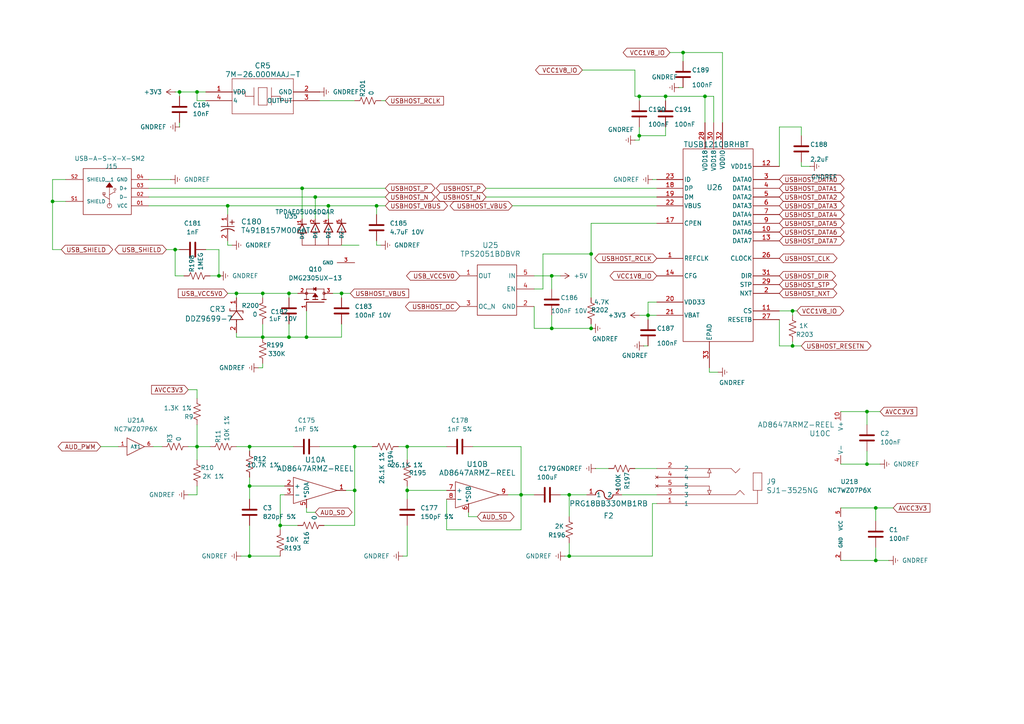
<source format=kicad_sch>
(kicad_sch (version 20231120) (generator "eeschema") (generator_version "8.0")
  (paper "A4")
  (lib_symbols
    (symbol "7M_26_000MAAJ_T:7M-26.000MAAJ-T" (pin_names (offset 0.254))
      (property "Reference" "CR5" (at 16.51 7.62 0))
      (property "Value" "7M-26.000MAAJ-T" (at 16.51 5.08 0))
      (symbol "7M-26.000MAAJ-T_0_1"
        (pin unspecified line (at 0 -2.54 0) (length 7.62) (name "4") (number "4"))
      )
      (symbol "7M-26.000MAAJ-T_1_1"
        (pin unspecified line (at 0 0 0) (length 7.62) (name "VDD") (number "1"))
        (pin unspecified line (at 33.02 0 180) (length 7.62) (name "GND") (number "2"))
        (pin unspecified line (at 33.02 -2.54 180) (length 7.62) (name "OUTPUT") (number "3"))
      )
    )
    (symbol "AD8647ARMZ:AD8647ARMZ-REEL" (pin_names (offset 0.254))
      (property "Reference" "U" (at 25.4 10.16 0))
      (property "Value" "AD8647ARMZ-REEL" (at 25.4 7.62 0))
      (symbol "AD8647ARMZ-REEL_1_1"
        (pin output line (at 2.54 0 180) (length 2.54) (name "") (number "1"))
        (pin input line (at -15.24 1.27 0) (length 2.54) (name "+") (number "2"))
        (pin input line (at -15.24 -1.27 0) (length 2.54) (name "-") (number "3"))
        (pin unspecified line (at -8.89 -5.08 90) (length 2.54) (name "*SDA") (number "5"))
      )
      (symbol "AD8647ARMZ-REEL_2_1"
        (pin unspecified line (at -8.89 -5.08 90) (length 2.54) (name "*SDB") (number "6"))
        (pin input line (at -15.24 1.27 0) (length 2.54) (name "+") (number "7"))
        (pin input line (at -15.24 -1.27 0) (length 2.54) (name "-") (number "8"))
        (pin output line (at 2.54 0 180) (length 2.54) (name "") (number "9"))
      )
      (symbol "AD8647ARMZ-REEL_3_1"
        (pin power_in line (at -11.43 7.62 270) (length 2.54) (name "V+") (number "10"))
        (pin power_in line (at -11.43 -7.62 90) (length 2.54) (name "V-") (number "4"))
      )
    )
    (symbol "DDZ9699-7:DDZ9699-7" (pin_names (offset 0.254))
      (property "Reference" "CR" (at 5.08 4.445 0))
      (property "Value" "DDZ9699-7" (at 5.08 -3.81 0))
      (symbol "DDZ9699-7_0_1"
        (pin unspecified line (at 10.16 0 180) (length 2.54) (name "") (number "1"))
        (pin unspecified line (at 0 0 0) (length 2.54) (name "") (number "2"))
      )
    )
    (symbol "DMG2305UX-13:DMG2305UX-13" (pin_names (offset 1.016))
      (property "Reference" "Q10" (at 8.89 0 90))
      (property "Value" "DMG2305UX-13" (at 6.35 0 90))
      (symbol "DMG2305UX-13_0_0"
        (pin passive line (at -0.635 -2.54 180) (length 2.54) (name "~") (number "1"))
        (pin passive line (at -5.715 -5.08 90) (length 2.54) (name "~") (number "2"))
        (pin passive line (at -5.715 5.08 270) (length 2.54) (name "~") (number "3"))
      )
    )
    (symbol "Device:C" (pin_numbers hide) (pin_names (offset 0.254))
      (property "Reference" "C" (at 0.635 2.54 0))
      (property "Value" "C" (at 0.635 -2.54 0))
      (symbol "C_1_1"
        (pin passive line (at 0 3.81 270) (length 2.794) (name "~") (number "1"))
        (pin passive line (at 0 -3.81 90) (length 2.794) (name "~") (number "2"))
      )
    )
    (symbol "Device:R_US" (pin_numbers hide) (pin_names (offset 0))
      (property "Reference" "R" (at 2.54 0 90))
      (property "Value" "R_US" (at -2.54 0 90))
      (symbol "R_US_1_1"
        (pin passive line (at 0 3.81 270) (length 1.27) (name "~") (number "1"))
        (pin passive line (at 0 -3.81 90) (length 1.27) (name "~") (number "2"))
      )
    )
    (symbol "NC7WZ07P6X_modified_1" (pin_names (offset 1.016))
      (property "Reference" "U3" (at -2.54 7.62 0))
      (property "Value" "NC7WZ07P6X" (at -2.54 5.08 0))
      (symbol "NC7WZ07P6X_modified_1_1_1"
        (pin input line (at -7.62 0 0) (length 2.54) hide (name "A1") (number "1"))
        (pin output line (at 2.54 0 180) (length 2.54) hide (name "Y1") (number "6"))
      )
      (symbol "NC7WZ07P6X_modified_1_2_0"
        (pin passive line (at -5.08 -15.24 90) (length 2.54) (name "GND") (number "2"))
        (pin power_in line (at -5.08 0 270) (length 2.54) (name "VCC") (number "5"))
      )
      (symbol "NC7WZ07P6X_modified_1_3_1"
        (pin input line (at -7.62 0 0) (length 2.54) (name "A2") (number "3"))
        (pin output line (at 2.54 0 180) (length 2.54) (name "Y2") (number "4"))
      )
    )
    (symbol "NC7WZ07P6X_modified_2" (pin_names (offset 1.016))
      (property "Reference" "U17" (at 0 12.7 0))
      (property "Value" "NC7WZ07P6X_modified" (at 0 10.16 0))
      (symbol "NC7WZ07P6X_modified_2_1_1"
        (pin input line (at -7.62 0 0) (length 2.54) (name "A1") (number "1"))
        (pin output line (at 2.54 0 180) (length 2.54) (name "Y1") (number "6"))
      )
      (symbol "NC7WZ07P6X_modified_2_2_0"
        (pin passive line (at -5.08 -15.24 90) (length 2.54) (name "GND") (number "2"))
        (pin power_in line (at -5.08 -1.27 270) (length 2.54) (name "VCC") (number "5"))
      )
      (symbol "NC7WZ07P6X_modified_2_3_1"
        (pin input line (at -7.62 0 0) (length 2.54) (name "A2") (number "3"))
        (pin output line (at 2.54 0 180) (length 2.54) (name "Y2") (number "4"))
      )
    )
    (symbol "PRG18BB330MB1RB:PRG18BB330MB1RB" (pin_names (offset 0.254))
      (property "Reference" "F" (at 5.08 3.175 0))
      (property "Value" "PRG18BB330MB1RB" (at 5.08 -3.175 0))
      (symbol "PRG18BB330MB1RB_1_1"
        (pin unspecified line (at 0 0 0) (length 2.54) (name "1") (number "1"))
        (pin unspecified line (at 10.16 0 180) (length 2.54) (name "2") (number "2"))
      )
      (symbol "PRG18BB330MB1RB_1_2"
        (pin unspecified line (at 0 0 90) (length 2.54) (name "1") (number "1"))
        (pin unspecified line (at 0 10.16 270) (length 2.54) (name "2") (number "2"))
      )
    )
    (symbol "SJ1-3525NG:SJ1-3525NG" (pin_names (offset 0.254))
      (property "Reference" "J9" (at -31.75 -6.3501 0))
      (property "Value" "SJ1-3525NG" (at -31.75 -3.8101 0))
      (symbol "SJ1-3525NG_0_1"
        (pin unspecified line (at 0 0 180) (length 7.62) (name "1") (number "1"))
        (pin unspecified line (at 0 -10.16 180) (length 7.62) (name "2") (number "2"))
        (pin unspecified line (at 0 -2.54 180) (length 7.62) (name "3") (number "3"))
      )
      (symbol "SJ1-3525NG_1_1"
        (pin no_connect line (at 0 -7.62 180) (length 7.62) (name "4") (number "4"))
        (pin no_connect line (at 0 -5.08 180) (length 7.62) (name "5") (number "5"))
      )
    )
    (symbol "T491B157M006AT:T491B157M006AT" (pin_names (offset 0.254))
      (property "Reference" "C" (at 3.81 3.81 0))
      (property "Value" "T491B157M006AT" (at 3.81 -3.81 0))
      (symbol "T491B157M006AT_1_1"
        (pin unspecified line (at 0 0 0) (length 2.54) (name "") (number "1"))
        (pin unspecified line (at 7.62 0 180) (length 2.54) (name "") (number "2"))
      )
      (symbol "T491B157M006AT_1_2"
        (pin unspecified line (at 0 0 270) (length 2.54) (name "") (number "1"))
        (pin unspecified line (at 0 -7.62 90) (length 2.54) (name "") (number "2"))
      )
    )
    (symbol "TP2S051BDBVR:TPS2051BDBVR" (pin_names (offset 0.254))
      (property "Reference" "U25" (at 0 15.24 0))
      (property "Value" "TPS2051BDBVR" (at 0 12.7 0))
      (symbol "TPS2051BDBVR_0_1"
        (pin power_in line (at -8.89 6.35 0) (length 5.08) (name "OUT") (number "1"))
        (pin power_in line (at 12.7 -2.54 180) (length 5.08) (name "GND") (number "2"))
        (pin open_collector line (at -8.89 -2.54 0) (length 5.08) (name "OC_N") (number "3"))
        (pin input line (at 12.7 2.54 180) (length 5.08) (name "EN") (number "4"))
        (pin power_in line (at 12.7 6.35 180) (length 5.08) (name "IN") (number "5"))
      )
    )
    (symbol "TPD4E05U06DQAR:TPD4E05U06DQAR" (pin_names (offset 1.016))
      (property "Reference" "U35" (at -8.89 0.762 0))
      (property "Value" "TPD4E05U06DQAR" (at 1.778 2.032 0))
      (symbol "TPD4E05U06DQAR_0_0"
        (pin power_in line (at 7.62 -12.7 180) (length 5.08) (name "GND") (number "3"))
      )
      (symbol "TPD4E05U06DQAR_1_0"
        (pin bidirectional line (at -7.62 0 270) (length 1.524) (name "D1+") (number "1"))
        (pin passive line (at -17.78 -17.78 0) (length 5.08) hide (name "NC_10") (number "10"))
        (pin bidirectional line (at -3.81 0 270) (length 1.27) (name "D1-") (number "2"))
        (pin bidirectional line (at 0 0 270) (length 1.27) (name "D2+") (number "4"))
        (pin bidirectional line (at 3.81 0 270) (length 1.27) (name "D2-") (number "5"))
        (pin passive line (at -17.78 -10.16 0) (length 5.08) hide (name "NC_6") (number "6"))
        (pin passive line (at -17.78 -12.7 0) (length 5.08) hide (name "NC_7") (number "7"))
        (pin power_in line (at 17.78 -22.86 180) (length 5.08) hide (name "GND__1") (number "8"))
        (pin passive line (at -17.78 -15.24 0) (length 5.08) hide (name "NC_9") (number "9"))
      )
    )
    (symbol "TUSB1210BRHBT:TUSB1210BRHBT" (pin_names (offset 0.254))
      (property "Reference" "U26" (at 35.56 10.16 0))
      (property "Value" "TUSB1210BRHBT" (at 35.56 7.62 0))
      (symbol "TUSB1210BRHBT_0_1"
        (pin input line (at 26.67 -39.37 0) (length 7.62) (name "REFCLK") (number "1"))
        (pin bidirectional line (at 62.23 -31.75 180) (length 7.62) (name "DATA6") (number "10"))
        (pin input line (at 62.23 -54.61 180) (length 7.62) (name "CS") (number "11"))
        (pin power_in line (at 62.23 -12.7 180) (length 7.62) (name "VDD15") (number "12"))
        (pin bidirectional line (at 62.23 -34.29 180) (length 7.62) (name "DATA7") (number "13"))
        (pin input line (at 26.67 -44.45 0) (length 7.62) (name "CFG") (number "14"))
        (pin output line (at 26.67 -29.21 0) (length 7.62) (name "CPEN") (number "17"))
        (pin bidirectional line (at 26.67 -19.05 0) (length 7.62) (name "DP") (number "18"))
        (pin bidirectional line (at 26.67 -21.59 0) (length 7.62) (name "DM") (number "19"))
        (pin output line (at 62.23 -49.53 180) (length 7.62) (name "NXT") (number "2"))
        (pin power_in line (at 26.67 -52.07 0) (length 7.62) (name "VDD33") (number "20"))
        (pin power_in line (at 26.67 -55.88 0) (length 7.62) (name "VBAT") (number "21"))
        (pin power_in line (at 26.67 -24.13 0) (length 7.62) (name "VBUS") (number "22"))
        (pin bidirectional line (at 26.67 -16.51 0) (length 7.62) (name "ID") (number "23"))
        (pin output line (at 62.23 -39.37 180) (length 7.62) (name "CLOCK") (number "26"))
        (pin input line (at 62.23 -57.15 180) (length 7.62) (name "RESETB") (number "27"))
        (pin input line (at 62.23 -46.99 180) (length 7.62) (name "STP") (number "29"))
        (pin bidirectional line (at 62.23 -16.51 180) (length 7.62) (name "DATA0") (number "3"))
        (pin output line (at 62.23 -44.45 180) (length 7.62) (name "DIR") (number "31"))
        (pin unspecified line (at 41.91 -71.12 90) (length 7.62) (name "EPAD") (number "33"))
        (pin bidirectional line (at 62.23 -19.05 180) (length 7.62) (name "DATA1") (number "4"))
        (pin bidirectional line (at 62.23 -21.59 180) (length 7.62) (name "DATA2") (number "5"))
        (pin bidirectional line (at 62.23 -24.13 180) (length 7.62) (name "DATA3") (number "6"))
        (pin bidirectional line (at 62.23 -26.67 180) (length 7.62) (name "DATA4") (number "7"))
        (pin bidirectional line (at 62.23 -29.21 180) (length 7.62) (name "DATA5") (number "9"))
      )
      (symbol "TUSB1210BRHBT_1_1"
        (pin unspecified line (at 124.46 -36.83 0) (length 7.62) hide (name "NC") (number "15"))
        (pin unspecified line (at 124.46 -39.37 0) (length 7.62) hide (name "NC") (number "16"))
        (pin unspecified line (at 127 -30.48 180) (length 7.62) hide (name "NC") (number "24"))
        (pin unspecified line (at 127 -27.94 180) (length 7.62) hide (name "NC") (number "25"))
        (pin power_in line (at 40.64 0 270) (length 7.62) (name "VDD18") (number "28"))
        (pin power_in line (at 43.18 0 270) (length 7.62) (name "VDD18") (number "30"))
        (pin power_in line (at 45.72 0 270) (length 7.62) (name "VDDIO") (number "32"))
        (pin unspecified line (at 127 -33.02 180) (length 7.62) hide (name "NC") (number "8"))
      )
    )
    (symbol "USB-A-S-X-X-SM2:USB-A-S-X-X-SM2" (pin_names (offset 1.016))
      (property "Reference" "J15" (at 1.27 6.35 0))
      (property "Value" "USB-A-S-X-X-SM2" (at -7.62 8.636 0))
      (symbol "USB-A-S-X-X-SM2_0_0"
        (pin power_in line (at 13.97 -5.08 180) (length 5.08) (name "VCC") (number "01"))
        (pin bidirectional line (at 13.97 -2.54 180) (length 5.08) (name "D-") (number "02"))
        (pin bidirectional line (at 13.97 0 180) (length 5.08) (name "D+") (number "03"))
        (pin power_in line (at 13.97 2.54 180) (length 5.08) (name "GND") (number "04"))
        (pin passive line (at -10.16 -3.81 0) (length 5.08) (name "SHIELD") (number "S1"))
        (pin passive line (at -10.16 2.54 0) (length 5.08) (name "SHIELD__1") (number "S2"))
      )
    )
    (symbol "power:+3V3" (power) (pin_numbers hide) (pin_names (offset 0) hide)
      (property "Value" "+3V3" (at 0 3.556 0))
      (symbol "+3V3_1_1"
        (pin power_in line (at 0 0 90) (length 0) (name "~") (number "1"))
      )
    )
    (symbol "power:+5V" (power) (pin_numbers hide) (pin_names (offset 0) hide)
      (property "Value" "+5V" (at 0 3.556 0))
      (symbol "+5V_1_1"
        (pin power_in line (at 0 0 90) (length 0) (name "~") (number "1"))
      )
    )
    (symbol "power:GNDREF" (power) (pin_numbers hide) (pin_names (offset 0) hide)
      (property "Value" "GNDREF" (at 0 -3.81 0))
      (symbol "GNDREF_1_1"
        (pin power_in line (at 0 0 270) (length 0) (name "~") (number "1"))
      )
    )
  )
  (junction (at 165.1 143.51))
  (junction (at 102.87 129.54))
  (junction (at 76.2 85.09))
  (junction (at 165.1 161.29))
  (junction (at 229.87 100.33))
  (junction (at 187.96 91.44))
  (junction (at 52.07 26.67))
  (junction (at 109.22 59.69))
  (junction (at 160.02 95.25))
  (junction (at 160.02 80.01))
  (junction (at 15.24 58.42))
  (junction (at 102.87 142.24))
  (junction (at 118.11 129.54))
  (junction (at 87.63 54.61))
  (junction (at 63.5 80.01))
  (junction (at 83.82 85.09))
  (junction (at 91.44 57.15))
  (junction (at 171.45 95.25))
  (junction (at 76.2 97.79))
  (junction (at 204.47 27.94))
  (junction (at 198.12 15.24))
  (junction (at 66.04 59.69))
  (junction (at 88.9 97.79))
  (junction (at 72.39 129.54))
  (junction (at 171.45 73.66))
  (junction (at 72.39 161.29))
  (junction (at 254 147.32))
  (junction (at 95.25 59.69))
  (junction (at 99.06 85.09))
  (junction (at 229.87 90.17))
  (junction (at 251.46 134.62))
  (junction (at 57.15 26.67))
  (junction (at 118.11 142.24))
  (junction (at 185.42 39.37))
  (junction (at 151.13 143.51))
  (junction (at 50.8 72.39))
  (junction (at 254 162.56))
  (junction (at 185.42 27.94))
  (junction (at 83.82 97.79))
  (junction (at 72.39 140.97))
  (junction (at 81.28 152.4))
  (junction (at 68.58 85.09))
  (junction (at 251.46 119.38))
  (junction (at 193.04 27.94))
  (junction (at 57.15 129.54))
  (wire (pts (xy 99.06 85.09) (xy 96.52 85.09)))
  (wire (pts (xy 165.1 157.48) (xy 165.1 161.29)))
  (wire (pts (xy 157.48 73.66) (xy 171.45 73.66)))
  (wire (pts (xy 57.15 115.57) (xy 57.15 113.03)))
  (wire (pts (xy 118.11 129.54) (xy 129.54 129.54)))
  (wire (pts (xy 110.49 29.21) (xy 111.76 29.21)))
  (wire (pts (xy 109.22 62.23) (xy 109.22 59.69)))
  (wire (pts (xy 99.06 85.09) (xy 101.6 85.09)))
  (wire (pts (xy 187.96 91.44) (xy 187.96 92.71)))
  (wire (pts (xy 135.89 149.86) (xy 135.89 148.59)))
  (wire (pts (xy 160.02 95.25) (xy 171.45 95.25)))
  (wire (pts (xy 165.1 149.86) (xy 165.1 143.51)))
  (wire (pts (xy 69.85 161.29) (xy 72.39 161.29)))
  (wire (pts (xy 54.61 143.51) (xy 57.15 143.51)))
  (wire (pts (xy 160.02 80.01) (xy 160.02 83.82)))
  (wire (pts (xy 190.5 87.63) (xy 187.96 87.63)))
  (wire (pts (xy 189.23 161.29) (xy 165.1 161.29)))
  (wire (pts (xy 57.15 129.54) (xy 57.15 133.35)))
  (wire (pts (xy 229.87 99.06) (xy 229.87 100.33)))
  (wire (pts (xy 116.84 161.29) (xy 118.11 161.29)))
  (wire (pts (xy 118.11 142.24) (xy 129.54 142.24)))
  (wire (pts (xy 72.39 138.43) (xy 72.39 140.97)))
  (wire (pts (xy 251.46 119.38) (xy 255.27 119.38)))
  (wire (pts (xy 254 147.32) (xy 254 151.13)))
  (wire (pts (xy 234.95 48.26) (xy 232.41 48.26)))
  (wire (pts (xy 15.24 52.07) (xy 15.24 58.42)))
  (wire (pts (xy 91.44 57.15) (xy 111.76 57.15)))
  (wire (pts (xy 87.63 54.61) (xy 111.76 54.61)))
  (wire (pts (xy 185.42 27.94) (xy 184.15 27.94)))
  (wire (pts (xy 226.06 100.33) (xy 229.87 100.33)))
  (wire (pts (xy 102.87 142.24) (xy 102.87 152.4)))
  (wire (pts (xy 15.24 58.42) (xy 19.05 58.42)))
  (wire (pts (xy 15.24 58.42) (xy 15.24 72.39)))
  (wire (pts (xy 15.24 72.39) (xy 17.78 72.39)))
  (wire (pts (xy 189.23 146.05) (xy 189.23 161.29)))
  (wire (pts (xy 243.84 162.56) (xy 254 162.56)))
  (wire (pts (xy 93.98 152.4) (xy 102.87 152.4)))
  (wire (pts (xy 57.15 29.21) (xy 57.15 26.67)))
  (wire (pts (xy 52.07 26.67) (xy 57.15 26.67)))
  (wire (pts (xy 118.11 133.35) (xy 118.11 129.54)))
  (wire (pts (xy 185.42 91.44) (xy 187.96 91.44)))
  (wire (pts (xy 83.82 85.09) (xy 76.2 85.09)))
  (wire (pts (xy 129.54 144.78) (xy 129.54 153.67)))
  (wire (pts (xy 154.94 80.01) (xy 160.02 80.01)))
  (wire (pts (xy 83.82 85.09) (xy 86.36 85.09)))
  (wire (pts (xy 187.96 87.63) (xy 187.96 91.44)))
  (wire (pts (xy 57.15 129.54) (xy 60.96 129.54)))
  (wire (pts (xy 138.43 149.86) (xy 135.89 149.86)))
  (wire (pts (xy 194.31 15.24) (xy 198.12 15.24)))
  (wire (pts (xy 72.39 129.54) (xy 68.58 129.54)))
  (wire (pts (xy 72.39 140.97) (xy 82.55 140.97)))
  (wire (pts (xy 50.8 26.67) (xy 52.07 26.67)))
  (wire (pts (xy 76.2 86.36) (xy 76.2 85.09)))
  (wire (pts (xy 209.55 35.56) (xy 209.55 15.24)))
  (wire (pts (xy 209.55 15.24) (xy 198.12 15.24)))
  (wire (pts (xy 57.15 26.67) (xy 59.69 26.67)))
  (wire (pts (xy 83.82 86.36) (xy 83.82 85.09)))
  (wire (pts (xy 81.28 153.67) (xy 81.28 152.4)))
  (wire (pts (xy 66.04 71.12) (xy 66.04 69.85)))
  (wire (pts (xy 226.06 48.26) (xy 226.06 36.83)))
  (wire (pts (xy 50.8 72.39) (xy 52.07 72.39)))
  (wire (pts (xy 165.1 161.29) (xy 163.83 161.29)))
  (wire (pts (xy 59.69 29.21) (xy 57.15 29.21)))
  (wire (pts (xy 81.28 143.51) (xy 82.55 143.51)))
  (wire (pts (xy 180.34 143.51) (xy 190.5 143.51)))
  (wire (pts (xy 205.74 107.95) (xy 208.28 107.95)))
  (wire (pts (xy 171.45 93.98) (xy 171.45 95.25)))
  (wire (pts (xy 100.33 142.24) (xy 102.87 142.24)))
  (wire (pts (xy 207.01 27.94) (xy 204.47 27.94)))
  (wire (pts (xy 76.2 85.09) (xy 68.58 85.09)))
  (wire (pts (xy 157.48 83.82) (xy 157.48 73.66)))
  (wire (pts (xy 95.25 59.69) (xy 95.25 63.5)))
  (wire (pts (xy 184.15 135.89) (xy 190.5 135.89)))
  (wire (pts (xy 91.44 148.59) (xy 88.9 148.59)))
  (wire (pts (xy 185.42 36.83) (xy 185.42 39.37)))
  (wire (pts (xy 88.9 90.17) (xy 88.9 97.79)))
  (wire (pts (xy 184.15 20.32) (xy 184.15 27.94)))
  (wire (pts (xy 151.13 153.67) (xy 151.13 143.51)))
  (wire (pts (xy 229.87 100.33) (xy 232.41 100.33)))
  (wire (pts (xy 57.15 143.51) (xy 57.15 140.97)))
  (wire (pts (xy 129.54 153.67) (xy 151.13 153.67)))
  (wire (pts (xy 87.63 54.61) (xy 87.63 63.5)))
  (wire (pts (xy 72.39 129.54) (xy 85.09 129.54)))
  (wire (pts (xy 185.42 29.21) (xy 185.42 27.94)))
  (wire (pts (xy 57.15 113.03) (xy 54.61 113.03)))
  (wire (pts (xy 193.04 39.37) (xy 185.42 39.37)))
  (wire (pts (xy 99.06 97.79) (xy 88.9 97.79)))
  (wire (pts (xy 81.28 152.4) (xy 81.28 143.51)))
  (wire (pts (xy 251.46 119.38) (xy 251.46 123.19)))
  (wire (pts (xy 229.87 90.17) (xy 229.87 91.44)))
  (wire (pts (xy 243.84 147.32) (xy 254 147.32)))
  (wire (pts (xy 72.39 130.81) (xy 72.39 129.54)))
  (wire (pts (xy 43.18 57.15) (xy 91.44 57.15)))
  (wire (pts (xy 68.58 96.52) (xy 68.58 97.79)))
  (wire (pts (xy 63.5 80.01) (xy 60.96 80.01)))
  (wire (pts (xy 66.04 85.09) (xy 68.58 85.09)))
  (wire (pts (xy 251.46 130.81) (xy 251.46 134.62)))
  (wire (pts (xy 91.44 57.15) (xy 91.44 63.5)))
  (wire (pts (xy 232.41 36.83) (xy 232.41 39.37)))
  (wire (pts (xy 53.34 80.01) (xy 50.8 80.01)))
  (wire (pts (xy 109.22 71.12) (xy 109.22 69.85)))
  (wire (pts (xy 198.12 25.4) (xy 196.85 25.4)))
  (wire (pts (xy 102.87 129.54) (xy 107.95 129.54)))
  (wire (pts (xy 171.45 64.77) (xy 190.5 64.77)))
  (wire (pts (xy 168.91 20.32) (xy 184.15 20.32)))
  (wire (pts (xy 189.23 52.07) (xy 190.5 52.07)))
  (wire (pts (xy 72.39 161.29) (xy 72.39 152.4)))
  (wire (pts (xy 92.71 29.21) (xy 102.87 29.21)))
  (wire (pts (xy 193.04 36.83) (xy 193.04 39.37)))
  (wire (pts (xy 254 162.56) (xy 257.81 162.56)))
  (wire (pts (xy 162.56 143.51) (xy 165.1 143.51)))
  (wire (pts (xy 50.8 80.01) (xy 50.8 72.39)))
  (wire (pts (xy 243.84 119.38) (xy 251.46 119.38)))
  (wire (pts (xy 43.18 54.61) (xy 87.63 54.61)))
  (wire (pts (xy 251.46 134.62) (xy 255.27 134.62)))
  (wire (pts (xy 148.59 59.69) (xy 190.5 59.69)))
  (wire (pts (xy 254 147.32) (xy 259.08 147.32)))
  (wire (pts (xy 118.11 140.97) (xy 118.11 142.24)))
  (wire (pts (xy 232.41 48.26) (xy 232.41 46.99)))
  (wire (pts (xy 151.13 143.51) (xy 154.94 143.51)))
  (wire (pts (xy 226.06 90.17) (xy 229.87 90.17)))
  (wire (pts (xy 254 158.75) (xy 254 162.56)))
  (wire (pts (xy 54.61 129.54) (xy 57.15 129.54)))
  (wire (pts (xy 165.1 143.51) (xy 170.18 143.51)))
  (wire (pts (xy 99.06 93.98) (xy 99.06 97.79)))
  (wire (pts (xy 88.9 148.59) (xy 88.9 147.32)))
  (wire (pts (xy 154.94 83.82) (xy 157.48 83.82)))
  (wire (pts (xy 57.15 123.19) (xy 57.15 129.54)))
  (wire (pts (xy 52.07 26.67) (xy 52.07 27.94)))
  (wire (pts (xy 43.18 52.07) (xy 49.53 52.07)))
  (wire (pts (xy 204.47 27.94) (xy 193.04 27.94)))
  (wire (pts (xy 160.02 80.01) (xy 162.56 80.01)))
  (wire (pts (xy 95.25 59.69) (xy 109.22 59.69)))
  (wire (pts (xy 205.74 106.68) (xy 205.74 107.95)))
  (wire (pts (xy 118.11 142.24) (xy 118.11 144.78)))
  (wire (pts (xy 226.06 36.83) (xy 232.41 36.83)))
  (wire (pts (xy 151.13 129.54) (xy 151.13 143.51)))
  (wire (pts (xy 88.9 97.79) (xy 83.82 97.79)))
  (wire (pts (xy 109.22 59.69) (xy 111.76 59.69)))
  (wire (pts (xy 43.18 59.69) (xy 66.04 59.69)))
  (wire (pts (xy 92.71 129.54) (xy 102.87 129.54)))
  (wire (pts (xy 184.15 40.64) (xy 185.42 40.64)))
  (wire (pts (xy 154.94 95.25) (xy 160.02 95.25)))
  (wire (pts (xy 137.16 129.54) (xy 151.13 129.54)))
  (wire (pts (xy 207.01 35.56) (xy 207.01 27.94)))
  (wire (pts (xy 76.2 93.98) (xy 76.2 97.79)))
  (wire (pts (xy 74.93 106.68) (xy 76.2 106.68)))
  (wire (pts (xy 72.39 161.29) (xy 81.28 161.29)))
  (wire (pts (xy 68.58 85.09) (xy 68.58 86.36)))
  (wire (pts (xy 66.04 59.69) (xy 66.04 62.23)))
  (wire (pts (xy 109.22 71.12) (xy 110.49 71.12)))
  (wire (pts (xy 72.39 140.97) (xy 72.39 144.78)))
  (wire (pts (xy 81.28 152.4) (xy 86.36 152.4)))
  (wire (pts (xy 76.2 106.68) (xy 76.2 105.41)))
  (wire (pts (xy 243.84 134.62) (xy 251.46 134.62)))
  (wire (pts (xy 83.82 97.79) (xy 76.2 97.79)))
  (wire (pts (xy 67.31 71.12) (xy 66.04 71.12)))
  (wire (pts (xy 66.04 59.69) (xy 95.25 59.69)))
  (wire (pts (xy 118.11 129.54) (xy 115.57 129.54)))
  (wire (pts (xy 229.87 90.17) (xy 231.14 90.17)))
  (wire (pts (xy 171.45 73.66) (xy 171.45 86.36)))
  (wire (pts (xy 172.72 135.89) (xy 176.53 135.89)))
  (wire (pts (xy 63.5 72.39) (xy 63.5 80.01)))
  (wire (pts (xy 204.47 35.56) (xy 204.47 27.94)))
  (wire (pts (xy 193.04 29.21) (xy 193.04 27.94)))
  (wire (pts (xy 187.96 91.44) (xy 190.5 91.44)))
  (wire (pts (xy 29.21 129.54) (xy 34.29 129.54)))
  (wire (pts (xy 147.32 143.51) (xy 151.13 143.51)))
  (wire (pts (xy 193.04 27.94) (xy 185.42 27.94)))
  (wire (pts (xy 190.5 146.05) (xy 189.23 146.05)))
  (wire (pts (xy 118.11 161.29) (xy 118.11 152.4)))
  (wire (pts (xy 52.07 35.56) (xy 52.07 36.83)))
  (wire (pts (xy 83.82 93.98) (xy 83.82 97.79)))
  (wire (pts (xy 44.45 129.54) (xy 46.99 129.54)))
  (wire (pts (xy 102.87 129.54) (xy 102.87 142.24)))
  (wire (pts (xy 15.24 52.07) (xy 19.05 52.07)))
  (wire (pts (xy 186.69 100.33) (xy 187.96 100.33)))
  (wire (pts (xy 99.06 71.12) (xy 104.14 71.12)))
  (wire (pts (xy 48.26 72.39) (xy 50.8 72.39)))
  (wire (pts (xy 68.58 97.79) (xy 76.2 97.79)))
  (wire (pts (xy 154.94 88.9) (xy 154.94 95.25)))
  (wire (pts (xy 140.97 57.15) (xy 190.5 57.15)))
  (wire (pts (xy 226.06 92.71) (xy 226.06 100.33)))
  (wire (pts (xy 99.06 86.36) (xy 99.06 85.09)))
  (wire (pts (xy 140.97 54.61) (xy 190.5 54.61)))
  (wire (pts (xy 171.45 64.77) (xy 171.45 73.66)))
  (wire (pts (xy 185.42 40.64) (xy 185.42 39.37)))
  (wire (pts (xy 59.69 72.39) (xy 63.5 72.39)))
  (wire (pts (xy 160.02 95.25) (xy 160.02 91.44)))
  (wire (pts (xy 198.12 15.24) (xy 198.12 17.78)))
  (global_label "USB_SHIELD" (shape bidirectional) (at 48.26 72.39 180) (property "Intersheetrefs" "${INTERSHEET_REFS}" (effects (hide yes))))
  (global_label "USB_SHIELD" (shape bidirectional) (at 17.78 72.39 0) (property "Intersheetrefs" "${INTERSHEET_REFS}" (effects (hide yes))))
  (global_label "VCC1V8_IO" (shape bidirectional) (at 231.14 90.17 0) (property "Intersheetrefs" "${INTERSHEET_REFS}" (effects (hide yes))))
  (global_label "USBHOST_RCLK" (shape bidirectional) (at 190.5 74.93 180) (property "Intersheetrefs" "${INTERSHEET_REFS}" (effects (hide yes))))
  (global_label "USBHOST_DATA4" (shape bidirectional) (at 226.06 62.23 0) (property "Intersheetrefs" "${INTERSHEET_REFS}" (effects (hide yes))))
  (global_label "USBHOST_DATA5" (shape bidirectional) (at 226.06 64.77 0) (property "Intersheetrefs" "${INTERSHEET_REFS}" (effects (hide yes))))
  (global_label "USBHOST_DIR" (shape bidirectional) (at 226.06 80.01 0) (property "Intersheetrefs" "${INTERSHEET_REFS}" (effects (hide yes))))
  (global_label "AUD_SD" (shape bidirectional) (at 138.43 149.86 0) (property "Intersheetrefs" "${INTERSHEET_REFS}" (effects (hide yes))))
  (global_label "USBHOST_VBUS" (shape bidirectional) (at 148.59 59.69 180) (property "Intersheetrefs" "${INTERSHEET_REFS}" (effects (hide yes))))
  (global_label "USBHOST_CLK" (shape bidirectional) (at 226.06 74.93 0) (property "Intersheetrefs" "${INTERSHEET_REFS}" (effects (hide yes))))
  (global_label "USBHOST_OC" (shape bidirectional) (at 133.35 88.9 180) (property "Intersheetrefs" "${INTERSHEET_REFS}" (effects (hide yes))))
  (global_label "USBHOST_NXT" (shape bidirectional) (at 226.06 85.09 0) (property "Intersheetrefs" "${INTERSHEET_REFS}" (effects (hide yes))))
  (global_label "USBHOST_VBUS" (shape input) (at 101.6 85.09 0) (property "Intersheetrefs" "${INTERSHEET_REFS}" (effects (hide yes))))
  (global_label "AVCC3V3" (shape input) (at 259.08 147.32 0) (property "Intersheetrefs" "${INTERSHEET_REFS}" (effects (hide yes))))
  (global_label "USB_VCC5V0" (shape bidirectional) (at 133.35 80.01 180) (property "Intersheetrefs" "${INTERSHEET_REFS}" (effects (hide yes))))
  (global_label "USBHOST_P" (shape bidirectional) (at 111.76 54.61 0) (property "Intersheetrefs" "${INTERSHEET_REFS}" (effects (hide yes))))
  (global_label "AUD_PWM" (shape bidirectional) (at 29.21 129.54 180) (property "Intersheetrefs" "${INTERSHEET_REFS}" (effects (hide yes))))
  (global_label "VCC1V8_IO" (shape bidirectional) (at 190.5 80.01 180) (property "Intersheetrefs" "${INTERSHEET_REFS}" (effects (hide yes))))
  (global_label "VCC1V8_IO" (shape bidirectional) (at 194.31 15.24 180) (property "Intersheetrefs" "${INTERSHEET_REFS}" (effects (hide yes))))
  (global_label "USBHOST_RESETN" (shape bidirectional) (at 232.41 100.33 0) (property "Intersheetrefs" "${INTERSHEET_REFS}" (effects (hide yes))))
  (global_label "AUD_SD" (shape bidirectional) (at 91.44 148.59 0) (property "Intersheetrefs" "${INTERSHEET_REFS}" (effects (hide yes))))
  (global_label "USBHOST_DATA2" (shape bidirectional) (at 226.06 57.15 0) (property "Intersheetrefs" "${INTERSHEET_REFS}" (effects (hide yes))))
  (global_label "USBHOST_DATA3" (shape bidirectional) (at 226.06 59.69 0) (property "Intersheetrefs" "${INTERSHEET_REFS}" (effects (hide yes))))
  (global_label "VCC1V8_IO" (shape bidirectional) (at 168.91 20.32 180) (property "Intersheetrefs" "${INTERSHEET_REFS}" (effects (hide yes))))
  (global_label "USBHOST_P" (shape bidirectional) (at 140.97 54.61 180) (property "Intersheetrefs" "${INTERSHEET_REFS}" (effects (hide yes))))
  (global_label "USBHOST_VBUS" (shape bidirectional) (at 111.76 59.69 0) (property "Intersheetrefs" "${INTERSHEET_REFS}" (effects (hide yes))))
  (global_label "USBHOST_N" (shape bidirectional) (at 140.97 57.15 180) (property "Intersheetrefs" "${INTERSHEET_REFS}" (effects (hide yes))))
  (global_label "USBHOST_DATA6" (shape bidirectional) (at 226.06 67.31 0) (property "Intersheetrefs" "${INTERSHEET_REFS}" (effects (hide yes))))
  (global_label "USBHOST_RCLK" (shape input) (at 111.76 29.21 0) (property "Intersheetrefs" "${INTERSHEET_REFS}" (effects (hide yes))))
  (global_label "USBHOST_STP" (shape bidirectional) (at 226.06 82.55 0) (property "Intersheetrefs" "${INTERSHEET_REFS}" (effects (hide yes))))
  (global_label "USBHOST_DATA0" (shape bidirectional) (at 226.06 52.07 0) (property "Intersheetrefs" "${INTERSHEET_REFS}" (effects (hide yes))))
  (global_label "AVCC3V3" (shape input) (at 54.61 113.03 180) (property "Intersheetrefs" "${INTERSHEET_REFS}" (effects (hide yes))))
  (global_label "USBHOST_DATA7" (shape bidirectional) (at 226.06 69.85 0) (property "Intersheetrefs" "${INTERSHEET_REFS}" (effects (hide yes))))
  (global_label "USBHOST_DATA1" (shape bidirectional) (at 226.06 54.61 0) (property "Intersheetrefs" "${INTERSHEET_REFS}" (effects (hide yes))))
  (global_label "USB_VCC5V0" (shape input) (at 66.04 85.09 180) (property "Intersheetrefs" "${INTERSHEET_REFS}" (effects (hide yes))))
  (global_label "AVCC3V3" (shape input) (at 255.27 119.38 0) (property "Intersheetrefs" "${INTERSHEET_REFS}" (effects (hide yes))))
  (global_label "USBHOST_N" (shape bidirectional) (at 111.76 57.15 0) (property "Intersheetrefs" "${INTERSHEET_REFS}" (effects (hide yes))))
  (symbol (lib_id "power:GNDREF") (at 171.45 95.25 90) (unit 1)
    (property "Reference" "#PWR0255" (effects (hide yes)))
    (property "Value" "GNDREF" (at 171.704 98.298 90) (effects (justify right)))
    (property "Description" "Power symbol creates a global label with name \"GNDREF\" , reference supply ground" (effects (hide yes)))
  )
  (symbol (lib_id "power:GNDREF") (at 92.71 26.67 90) (unit 1)
    (property "Reference" "#PWR0250" (effects (hide yes)))
    (property "Value" "GNDREF" (at 96.52 26.6699 90) (effects (justify right)))
    (property "Description" "Power symbol creates a global label with name \"GNDREF\" , reference supply ground" (effects (hide yes)))
  )
  (symbol (lib_id "T491B157M006AT:T491B157M006AT") (at 66.04 62.23 270) (unit 1)
    (property "Reference" "C180" (at 69.85 64.2873 90) (effects (font (size 1.524 1.524)) (justify left)))
    (property "Value" "T491B157M006AT" (at 69.85 66.8273 90) (effects (font (size 1.524 1.524)) (justify left)))
    (property "Footprint" "footprints:CAPMP3.7X2.8_2.1N_KEM" (effects (hide yes)))
    (property "Datasheet" "T491B157M006AT" (effects (hide yes)))
  )
  (symbol (lib_id "TPD4E05U06DQAR:TPD4E05U06DQAR") (at 95.25 63.5 0) (unit 1)
    (property "Reference" "U35" (at 86.36 62.738 0) (effects (justify right)))
    (property "Value" "TPD4E05U06DQAR" (at 97.028 61.468 0) (effects (justify right)))
    (property "Footprint" "footprints:IC_TPD4E05U06DQAR" (effects (hide yes)))
    (property "PARTREV" "N" (effects (hide yes)))
    (property "SNAPEDA_PN" "TPD4E05U06DQAR" (effects (hide yes)))
    (property "MANUFACTURER" "Texas Instruments" (effects (hide yes)))
    (property "MAXIMUM_PACKAGE_HEIGHT" "0.55 mm" (effects (hide yes)))
    (property "STANDARD" "Manufacturer Recommendations" (effects (hide yes)))
    (property "LCSC PN" "C138714" (effects (hide yes)))
  )
  (symbol (lib_id "Device:C") (at 133.35 129.54 90) (unit 1)
    (property "Reference" "C178" (at 133.35 121.92 90))
    (property "Value" "1nF 5%" (at 133.35 124.46 90))
    (property "Footprint" "footprints:C_0402" (effects (hide yes)))
    (property "Description" "Unpolarized capacitor" (effects (hide yes)))
    (property "LCSC PN" "c76947" (effects (hide yes)))
  )
  (symbol (lib_id "power:GNDREF") (at 69.85 161.29 270) (unit 1)
    (property "Reference" "#PWR0241" (effects (hide yes)))
    (property "Value" "GNDREF" (at 66.04 161.2899 90) (effects (justify right)))
    (property "Description" "Power symbol creates a global label with name \"GNDREF\" , reference supply ground" (effects (hide yes)))
  )
  (symbol (lib_id "Device:R_US") (at 165.1 153.67 180) (unit 1)
    (property "Reference" "R196" (at 164.084 155.194 0) (effects (justify left)))
    (property "Value" "2K" (at 163.576 152.654 0) (effects (justify left)))
    (property "Footprint" "footprints:R_0402" (effects (hide yes)))
    (property "Description" "Resistor, US symbol" (effects (hide yes)))
    (property "LCSC PN" "C60488" (effects (hide yes)))
  )
  (symbol (lib_id "Device:C") (at 232.41 43.18 180) (unit 1)
    (property "Reference" "C188" (at 234.95 41.91 0) (effects (justify right)))
    (property "Value" "2.2uF" (at 234.95 46.228 0) (effects (justify right)))
    (property "Footprint" "footprints:C_0402" (effects (hide yes)))
    (property "Description" "Unpolarized capacitor" (effects (hide yes)))
    (property "LCSC PN" "c170151" (effects (hide yes)))
  )
  (symbol (lib_id "power:+5V") (at 162.56 80.01 270) (unit 1)
    (property "Reference" "#PWR0254" (effects (hide yes)))
    (property "Value" "+5V" (at 166.37 80.0099 90) (effects (justify left)))
    (property "Description" "Power symbol creates a global label with name \"+5V\"" (effects (hide yes)))
  )
  (symbol (lib_id "Device:C") (at 83.82 90.17 0) (mirror x) (unit 1)
    (property "Reference" "C182" (at 83.566 90.424 0) (effects (justify right)))
    (property "Value" "1uF 10V" (at 86.106 92.456 0) (effects (justify right)))
    (property "Footprint" "footprints:C_0402" (effects (hide yes)))
    (property "Description" "Unpolarized capacitor" (effects (hide yes)))
    (property "LCSC PN" "c14445" (effects (hide yes)))
  )
  (symbol (lib_id "Device:C") (at 72.39 148.59 0) (unit 1)
    (property "Reference" "C3" (at 76.2 147.3199 0) (effects (justify left)))
    (property "Value" "820pF 5%" (at 76.2 149.8599 0) (effects (justify left)))
    (property "Footprint" "footprints:C_0402" (effects (hide yes)))
    (property "Description" "Unpolarized capacitor" (effects (hide yes)))
    (property "LCSC PN" "c307452" (effects (hide yes)))
  )
  (symbol (lib_id "power:GNDREF") (at 172.72 135.89 270) (unit 1)
    (property "Reference" "#PWR0244" (effects (hide yes)))
    (property "Value" "GNDREF" (at 168.91 135.8899 90) (effects (justify right)))
    (property "Description" "Power symbol creates a global label with name \"GNDREF\" , reference supply ground" (effects (hide yes)))
  )
  (symbol (lib_id "Device:R_US") (at 57.15 137.16 0) (unit 1)
    (property "Reference" "R10" (at 58.166 135.636 0) (effects (justify left)))
    (property "Value" "2K 1%" (at 58.674 138.176 0) (effects (justify left)))
    (property "Footprint" "footprints:R_0402" (effects (hide yes)))
    (property "Description" "Resistor, US symbol" (effects (hide yes)))
    (property "LCSC PN" "C60488" (effects (hide yes)))
  )
  (symbol (lib_id "TUSB1210BRHBT:TUSB1210BRHBT") (at 163.83 35.56 0) (unit 1)
    (property "Reference" "U26" (at 207.264 54.356 0) (effects (font (size 1.524 1.524))))
    (property "Value" "TUSB1210BRHBT" (at 207.772 41.91 0) (effects (font (size 1.524 1.524))))
    (property "Footprint" "footprints:RHB32_3P45X3P45" (effects (hide yes)))
    (property "Datasheet" "TUSB1210BRHBT" (effects (hide yes)))
    (property "LCSC PN" "C2671015" (effects (hide yes)))
  )
  (symbol (lib_id "power:GNDREF") (at 116.84 161.29 270) (unit 1)
    (property "Reference" "#PWR0242" (effects (hide yes)))
    (property "Value" "GNDREF" (at 113.03 161.2899 90) (effects (justify right)))
    (property "Description" "Power symbol creates a global label with name \"GNDREF\" , reference supply ground" (effects (hide yes)))
  )
  (symbol (lib_id "AD8647ARMZ:AD8647ARMZ-REEL") (at 97.79 142.24 0) (unit 1)
    (property "Reference" "U10" (at 91.44 133.35 0) (effects (font (size 1.524 1.524))))
    (property "Value" "AD8647ARMZ-REEL" (at 91.44 135.89 0) (effects (font (size 1.524 1.524))))
    (property "Footprint" "footprints:RM_10_ADI" (effects (hide yes)))
    (property "Datasheet" "AD8647ARMZ-REEL" (effects (hide yes)))
    (property "LCSC PN" "C653079" (effects (hide yes)))
  )
  (symbol (lib_id "Device:R_US") (at 180.34 135.89 270) (unit 1)
    (property "Reference" "R197" (at 181.864 136.906 0) (effects (justify left)))
    (property "Value" "100K" (at 179.324 137.414 0) (effects (justify left)))
    (property "Footprint" "footprints:R_0402" (effects (hide yes)))
    (property "Description" "Resistor, US symbol" (effects (hide yes)))
    (property "LCSC PN" "C60491" (effects (hide yes)))
  )
  (symbol (lib_id "Device:C") (at 254 154.94 0) (unit 1)
    (property "Reference" "C1" (at 257.81 153.6699 0) (effects (justify left)))
    (property "Value" "100nF" (at 257.81 156.2099 0) (effects (justify left)))
    (property "Footprint" "footprints:C_0201_0603Metric" (effects (hide yes)))
    (property "Description" "Unpolarized capacitor" (effects (hide yes)))
    (property "LCSC PN" "c1525" (effects (hide yes)))
  )
  (symbol (lib_id "power:GNDREF") (at 208.28 107.95 90) (unit 1)
    (property "Reference" "#PWR0258" (effects (hide yes)))
    (property "Value" "GNDREF" (at 208.534 110.998 90) (effects (justify right)))
    (property "Description" "Power symbol creates a global label with name \"GNDREF\" , reference supply ground" (effects (hide yes)))
  )
  (symbol (lib_id "SJ1-3525NG:SJ1-3525NG") (at 190.5 146.05 180) (unit 1)
    (property "Reference" "J9" (at 222.25 139.6999 0) (effects (font (size 1.524 1.524)) (justify right)))
    (property "Value" "SJ1-3525NG" (at 222.25 142.2399 0) (effects (font (size 1.524 1.524)) (justify right)))
    (property "Footprint" "footprints:CUI_SJ1-3525NG" (effects (hide yes)))
    (property "Datasheet" "SJ1-3525NG" (effects (hide yes)))
  )
  (symbol (lib_id "Device:R_US") (at 50.8 129.54 90) (unit 1)
    (property "Reference" "R3" (at 49.276 128.524 0) (effects (justify left)))
    (property "Value" "0" (at 51.816 128.016 0) (effects (justify left)))
    (property "Footprint" "footprints:R_0402" (effects (hide yes)))
    (property "Description" "Resistor, US symbol" (effects (hide yes)))
    (property "LCSC PN" "C106231" (effects (hide yes)))
  )
  (symbol (lib_id "power:GNDREF") (at 52.07 36.83 270) (unit 1)
    (property "Reference" "#PWR0249" (effects (hide yes)))
    (property "Value" "GNDREF" (at 48.26 36.8299 90) (effects (justify right)))
    (property "Description" "Power symbol creates a global label with name \"GNDREF\" , reference supply ground" (effects (hide yes)))
  )
  (symbol (lib_name "NC7WZ07P6X_modified_2") (lib_id "NC7WZ07P6X:NC7WZ07P6X_modified") (at 41.91 129.54 0) (unit 1)
    (property "Reference" "U21" (at 39.37 121.92 0))
    (property "Value" "NC7WZ07P6X" (at 39.37 124.46 0))
    (property "Footprint" "footprints:NC7WZ07P6X" (effects (hide yes)))
    (property "SUPPLIER" "FAIRCHILD SEMICONDUCTOR" (effects (hide yes)))
    (property "OC_FARNELL" "1470998" (effects (hide yes)))
    (property "OC_NEWARK" "58K9469" (effects (hide yes)))
    (property "MPN" "NC7WZ07P6X" (effects (hide yes)))
    (property "PACKAGE" "SC-70-6" (effects (hide yes)))
    (property "LCSC PN" "C95342" (effects (hide yes)))
  )
  (symbol (lib_id "power:GNDREF") (at 67.31 71.12 90) (unit 1)
    (property "Reference" "#PWR0247" (effects (hide yes)))
    (property "Value" "GNDREF" (at 71.12 71.1199 90) (effects (justify right)))
    (property "Description" "Power symbol creates a global label with name \"GNDREF\" , reference supply ground" (effects (hide yes)))
  )
  (symbol (lib_id "7M_26_000MAAJ_T:7M-26.000MAAJ-T") (at 59.69 26.67 0) (unit 1)
    (property "Reference" "CR5" (at 76.2 19.05 0) (effects (font (size 1.524 1.524))))
    (property "Value" "7M-26.000MAAJ-T" (at 76.2 21.59 0) (effects (font (size 1.524 1.524))))
    (property "Footprint" "footprints:CRYSTAL_TXC_7M" (effects (hide yes)))
    (property "Datasheet" "7M-26.000MAAJ-T" (effects (hide yes)))
  )
  (symbol (lib_id "Device:C") (at 109.22 66.04 180) (unit 1)
    (property "Reference" "C185" (at 113.03 64.7699 0) (effects (justify right)))
    (property "Value" "4.7uF 10V" (at 113.03 67.3099 0) (effects (justify right)))
    (property "Footprint" "footprints:C_0402" (effects (hide yes)))
    (property "Description" "Unpolarized capacitor" (effects (hide yes)))
    (property "LCSC PN" "c368809" (effects (hide yes)))
  )
  (symbol (lib_id "Device:C") (at 198.12 21.59 180) (unit 1)
    (property "Reference" "C189" (at 200.66 20.32 0) (effects (justify right)))
    (property "Value" "100nF" (at 200.66 24.638 0) (effects (justify right)))
    (property "Footprint" "footprints:C_0201_0603Metric" (effects (hide yes)))
    (property "Description" "Unpolarized capacitor" (effects (hide yes)))
    (property "LCSC PN" "c1525" (effects (hide yes)))
  )
  (symbol (lib_id "Device:C") (at 99.06 90.17 180) (unit 1)
    (property "Reference" "C183" (at 102.87 88.8999 0) (effects (justify right)))
    (property "Value" "100nF 10V" (at 102.87 91.4399 0) (effects (justify right)))
    (property "Footprint" "footprints:C_0402" (effects (hide yes)))
    (property "Description" "Unpolarized capacitor" (effects (hide yes)))
    (property "LCSC PN" "c71687" (effects (hide yes)))
  )
  (symbol (lib_id "DMG2305UX-13:DMG2305UX-13") (at 91.44 90.805 270) (unit 1)
    (property "Reference" "Q10" (at 91.44 78.105 90))
    (property "Value" "DMG2305UX-13" (at 91.44 80.645 90))
    (property "Footprint" "footprints:DMG2305UX_13" (effects (hide yes)))
    (property "PARTREV" "09/2018" (effects (hide yes)))
    (property "MANUFACTURER" "Diodes Inc." (effects (hide yes)))
    (property "MAXIMUM_PACKAGE_HEIGHT" "1.1mm" (effects (hide yes)))
    (property "STANDARD" "IPC-7351B" (effects (hide yes)))
    (property "LCSC PN" "C144153" (effects (hide yes)))
  )
  (symbol (lib_id "DDZ9699-7:DDZ9699-7") (at 68.58 96.52 90) (unit 1)
    (property "Reference" "CR3" (at 60.706 89.662 90) (effects (font (size 1.524 1.524)) (justify right)))
    (property "Value" "DDZ9699-7" (at 53.594 92.456 90) (effects (font (size 1.524 1.524)) (justify right)))
    (property "Footprint" "footprints:ZDO_SOD123_DIO" (effects (hide yes)))
    (property "Datasheet" "DDZ9699-7" (effects (hide yes)))
    (property "LCSC PN" "C460860" (effects (hide yes)))
  )
  (symbol (lib_id "AD8647ARMZ:AD8647ARMZ-REEL") (at 255.27 127 0) (unit 3)
    (property "Reference" "U10" (at 234.696 125.73 0) (effects (font (size 1.524 1.524)) (justify left)))
    (property "Value" "AD8647ARMZ-REEL" (at 219.71 123.19 0) (effects (font (size 1.524 1.524)) (justify left)))
    (property "Footprint" "footprints:RM_10_ADI" (effects (hide yes)))
    (property "Datasheet" "AD8647ARMZ-REEL" (effects (hide yes)))
    (property "LCSC PN" "C653079" (effects (hide yes)))
  )
  (symbol (lib_id "Device:C") (at 187.96 96.52 180) (unit 1)
    (property "Reference" "C187" (at 190.5 95.25 0) (effects (justify right)))
    (property "Value" "100nF" (at 190.5 99.568 0) (effects (justify right)))
    (property "Footprint" "footprints:C_0402" (effects (hide yes)))
    (property "Description" "Unpolarized capacitor" (effects (hide yes)))
    (property "LCSC PN" "c1525" (effects (hide yes)))
  )
  (symbol (lib_id "Device:R_US") (at 118.11 137.16 180) (unit 1)
    (property "Reference" "R195" (at 123.698 137.16 0) (effects (justify left)))
    (property "Value" "26.1K 1%" (at 122.682 134.874 0) (effects (justify left)))
    (property "Footprint" "footprints:R_0402" (effects (hide yes)))
    (property "Description" "Resistor, US symbol" (effects (hide yes)))
    (property "LCSC PN" "C155697" (effects (hide yes)))
  )
  (symbol (lib_id "Device:C") (at 118.11 148.59 0) (unit 1)
    (property "Reference" "C177" (at 121.92 147.3199 0) (effects (justify left)))
    (property "Value" "150pF 5%" (at 121.92 149.8599 0) (effects (justify left)))
    (property "Footprint" "footprints:C_0402" (effects (hide yes)))
    (property "Description" "Unpolarized capacitor" (effects (hide yes)))
    (property "LCSC PN" "c76951" (effects (hide yes)))
  )
  (symbol (lib_id "power:GNDREF") (at 234.95 48.26 90) (unit 1)
    (property "Reference" "#PWR0259" (effects (hide yes)))
    (property "Value" "GNDREF" (at 235.204 51.308 90) (effects (justify right)))
    (property "Description" "Power symbol creates a global label with name \"GNDREF\" , reference supply ground" (effects (hide yes)))
  )
  (symbol (lib_id "Device:C") (at 251.46 127 0) (unit 1)
    (property "Reference" "C2" (at 255.27 125.7299 0) (effects (justify left)))
    (property "Value" "100nF" (at 255.27 128.2699 0) (effects (justify left)))
    (property "Footprint" "footprints:C_0201_0603Metric" (effects (hide yes)))
    (property "Description" "Unpolarized capacitor" (effects (hide yes)))
    (property "LCSC PN" "c1525" (effects (hide yes)))
  )
  (symbol (lib_id "Device:R_US") (at 81.28 157.48 0) (mirror x) (unit 1)
    (property "Reference" "R193" (at 82.296 159.004 0) (effects (justify left)))
    (property "Value" "10K" (at 82.804 156.464 0) (effects (justify left)))
    (property "Footprint" "footprints:R_0402" (effects (hide yes)))
    (property "Description" "Resistor, US symbol" (effects (hide yes)))
    (property "LCSC PN" "C60490" (effects (hide yes)))
  )
  (symbol (lib_id "Device:R_US") (at 76.2 101.6 0) (unit 1)
    (property "Reference" "R199" (at 77.216 100.076 0) (effects (justify left)))
    (property "Value" "330K" (at 77.724 102.616 0) (effects (justify left)))
    (property "Footprint" "footprints:R_0402" (effects (hide yes)))
    (property "Description" "Resistor, US symbol" (effects (hide yes)))
    (property "LCSC PN" "c138006" (effects (hide yes)))
  )
  (symbol (lib_id "power:GNDREF") (at 196.85 25.4 270) (unit 1)
    (property "Reference" "#PWR0260" (effects (hide yes)))
    (property "Value" "GNDREF" (at 196.596 22.352 90) (effects (justify right)))
    (property "Description" "Power symbol creates a global label with name \"GNDREF\" , reference supply ground" (effects (hide yes)))
  )
  (symbol (lib_id "Device:R_US") (at 76.2 90.17 0) (mirror y) (unit 1)
    (property "Reference" "R200" (at 75.184 88.646 0) (effects (justify left)))
    (property "Value" "0" (at 74.676 91.186 0) (effects (justify left)))
    (property "Footprint" "footprints:R_0402" (effects (hide yes)))
    (property "Description" "Resistor, US symbol" (effects (hide yes)))
    (property "LCSC PN" "C106231" (effects (hide yes)))
  )
  (symbol (lib_name "NC7WZ07P6X_modified_1") (lib_id "NC7WZ07P6X:NC7WZ07P6X_modified") (at 248.92 147.32 0) (unit 2)
    (property "Reference" "U21" (at 246.38 139.7 0))
    (property "Value" "NC7WZ07P6X" (at 246.38 142.24 0))
    (property "Footprint" "footprints:NC7WZ07P6X" (effects (hide yes)))
    (property "SUPPLIER" "FAIRCHILD SEMICONDUCTOR" (effects (hide yes)))
    (property "OC_FARNELL" "1470998" (effects (hide yes)))
    (property "OC_NEWARK" "58K9469" (effects (hide yes)))
    (property "MPN" "NC7WZ07P6X" (effects (hide yes)))
    (property "PACKAGE" "SC-70-6" (effects (hide yes)))
    (property "LCSC PN" "C95342" (effects (hide yes)))
  )
  (symbol (lib_id "USB-A-S-X-X-SM2:USB-A-S-X-X-SM2") (at 29.21 54.61 0) (unit 1)
    (property "Reference" "J15" (at 30.48 48.26 0) (effects (justify left)))
    (property "Value" "USB-A-S-X-X-SM2" (at 21.59 45.974 0) (effects (justify left)))
    (property "Footprint" "footprints:SAMTEC_USB-A-S-X-X-SM2" (effects (hide yes)))
    (property "PARTREV" "T" (effects (hide yes)))
    (property "STANDARD" "Manufacturer Recommendations" (effects (hide yes)))
    (property "MAXIMUM_PACKAGE_HEIGHT" "7.8 mm" (effects (hide yes)))
    (property "MANUFACTURER" "Samtec" (effects (hide yes)))
    (property "LCSC PN" "C6906824" (effects (hide yes)))
  )
  (symbol (lib_id "power:GNDREF") (at 257.81 162.56 90) (unit 1)
    (property "Reference" "#PWR0239" (effects (hide yes)))
    (property "Value" "GNDREF" (at 261.62 162.5599 90) (effects (justify right)))
    (property "Description" "Power symbol creates a global label with name \"GNDREF\" , reference supply ground" (effects (hide yes)))
  )
  (symbol (lib_id "PRG18BB330MB1RB:PRG18BB330MB1RB") (at 170.18 143.51 0) (unit 1)
    (property "Reference" "F2" (at 176.53 149.606 0) (effects (font (size 1.524 1.524))))
    (property "Value" "PRG18BB330MB1RB" (at 176.53 146.05 0) (effects (font (size 1.524 1.524))))
    (property "Footprint" "footprints:FUSE_PRG-18_MUR" (effects (hide yes)))
    (property "Datasheet" "PRG18BB330MB1RB" (effects (hide yes)))
    (property "LCSC PN" "C133974" (effects (hide yes)))
  )
  (symbol (lib_id "power:GNDREF") (at 110.49 71.12 90) (unit 1)
    (property "Reference" "#PWR0251" (effects (hide yes)))
    (property "Value" "GNDREF" (at 114.3 71.1199 90) (effects (justify right)))
    (property "Description" "Power symbol creates a global label with name \"GNDREF\" , reference supply ground" (effects (hide yes)))
  )
  (symbol (lib_id "Device:C") (at 55.88 72.39 90) (unit 1)
    (property "Reference" "C181" (at 55.88 64.77 90))
    (property "Value" "1nF" (at 55.88 67.31 90))
    (property "Footprint" "footprints:C_0402" (effects (hide yes)))
    (property "Description" "Unpolarized capacitor" (effects (hide yes)))
    (property "LCSC PN" "c14442" (effects (hide yes)))
  )
  (symbol (lib_id "power:GNDREF") (at 186.69 100.33 270) (unit 1)
    (property "Reference" "#PWR0257" (effects (hide yes)))
    (property "Value" "GNDREF" (at 187.96 103.124 90) (effects (justify right)))
    (property "Description" "Power symbol creates a global label with name \"GNDREF\" , reference supply ground" (effects (hide yes)))
  )
  (symbol (lib_id "power:GNDREF") (at 184.15 40.64 270) (unit 1)
    (property "Reference" "#PWR0262" (effects (hide yes)))
    (property "Value" "GNDREF" (at 183.896 37.592 90) (effects (justify right)))
    (property "Description" "Power symbol creates a global label with name \"GNDREF\" , reference supply ground" (effects (hide yes)))
  )
  (symbol (lib_id "Device:C") (at 185.42 33.02 180) (unit 1)
    (property "Reference" "C190" (at 187.96 31.75 0) (effects (justify right)))
    (property "Value" "100nF" (at 187.96 36.068 0) (effects (justify right)))
    (property "Footprint" "footprints:C_0201_0603Metric" (effects (hide yes)))
    (property "Description" "Unpolarized capacitor" (effects (hide yes)))
    (property "LCSC PN" "c1525" (effects (hide yes)))
  )
  (symbol (lib_id "Device:C") (at 158.75 143.51 90) (unit 1)
    (property "Reference" "C179" (at 158.75 135.89 90))
    (property "Value" "100uF" (at 158.75 138.43 90))
    (property "Footprint" "footprints:C_0805" (effects (hide yes)))
    (property "Description" "Unpolarized capacitor" (effects (hide yes)))
    (property "LCSC PN" "c141660" (effects (hide yes)))
  )
  (symbol (lib_id "Device:R_US") (at 111.76 129.54 270) (unit 1)
    (property "Reference" "R194" (at 113.284 130.556 0) (effects (justify left)))
    (property "Value" "26.1K 1%" (at 110.744 131.064 0) (effects (justify left)))
    (property "Footprint" "footprints:R_0402" (effects (hide yes)))
    (property "Description" "Resistor, US symbol" (effects (hide yes)))
    (property "LCSC PN" "C155697" (effects (hide yes)))
  )
  (symbol (lib_id "AD8647ARMZ:AD8647ARMZ-REEL") (at 144.78 143.51 0) (unit 2)
    (property "Reference" "U10" (at 138.43 134.62 0) (effects (font (size 1.524 1.524))))
    (property "Value" "AD8647ARMZ-REEL" (at 138.43 137.16 0) (effects (font (size 1.524 1.524))))
    (property "Footprint" "footprints:RM_10_ADI" (effects (hide yes)))
    (property "Datasheet" "AD8647ARMZ-REEL" (effects (hide yes)))
    (property "LCSC PN" "C653079" (effects (hide yes)))
  )
  (symbol (lib_id "power:GNDREF") (at 74.93 106.68 270) (unit 1)
    (property "Reference" "#PWR0246" (effects (hide yes)))
    (property "Value" "GNDREF" (at 71.12 106.6799 90) (effects (justify right)))
    (property "Description" "Power symbol creates a global label with name \"GNDREF\" , reference supply ground" (effects (hide yes)))
  )
  (symbol (lib_id "Device:C") (at 88.9 129.54 90) (unit 1)
    (property "Reference" "C175" (at 88.9 121.92 90))
    (property "Value" "1nF 5%" (at 88.9 124.46 90))
    (property "Footprint" "footprints:C_0402" (effects (hide yes)))
    (property "Description" "Unpolarized capacitor" (effects (hide yes)))
    (property "LCSC PN" "c76947" (effects (hide yes)))
  )
  (symbol (lib_id "power:GNDREF") (at 49.53 52.07 90) (unit 1)
    (property "Reference" "#PWR0252" (effects (hide yes)))
    (property "Value" "GNDREF" (at 53.34 52.0699 90) (effects (justify right)))
    (property "Description" "Power symbol creates a global label with name \"GNDREF\" , reference supply ground" (effects (hide yes)))
  )
  (symbol (lib_id "Device:R_US") (at 72.39 134.62 0) (unit 1)
    (property "Reference" "R12" (at 73.406 133.096 0) (effects (justify left)))
    (property "Value" "10.7K 1%" (at 71.628 134.874 0) (effects (justify left)))
    (property "Footprint" "footprints:R_0402" (effects (hide yes)))
    (property "Description" "Resistor, US symbol" (effects (hide yes)))
    (property "LCSC PN" "C852482" (effects (hide yes)))
  )
  (symbol (lib_id "Device:R_US") (at 90.17 152.4 90) (unit 1)
    (property "Reference" "R16" (at 88.9 157.988 0) (effects (justify left)))
    (property "Value" "0" (at 91.186 150.876 0) (effects (justify left)))
    (property "Footprint" "footprints:R_0402" (effects (hide yes)))
    (property "Description" "Resistor, US symbol" (effects (hide yes)))
    (property "LCSC PN" "C106231" (effects (hide yes)))
  )
  (symbol (lib_id "power:GNDREF") (at 255.27 134.62 90) (unit 1)
    (property "Reference" "#PWR0221" (effects (hide yes)))
    (property "Value" "GNDREF" (at 259.08 134.6199 90) (effects (justify right)))
    (property "Description" "Power symbol creates a global label with name \"GNDREF\" , reference supply ground" (effects (hide yes)))
  )
  (symbol (lib_id "power:GNDREF") (at 163.83 161.29 270) (unit 1)
    (property "Reference" "#PWR0243" (effects (hide yes)))
    (property "Value" "GNDREF" (at 160.02 161.2899 90) (effects (justify right)))
    (property "Description" "Power symbol creates a global label with name \"GNDREF\" , reference supply ground" (effects (hide yes)))
  )
  (symbol (lib_id "TP2S051BDBVR:TPS2051BDBVR") (at 142.24 86.36 0) (unit 1)
    (property "Reference" "U25" (at 142.24 71.12 0) (effects (font (size 1.524 1.524))))
    (property "Value" "TPS2051BDBVR" (at 142.24 73.66 0) (effects (font (size 1.524 1.524))))
    (property "Footprint" "footprints:DBV0005A_L" (effects (hide yes)))
    (property "Datasheet" "TPS2051BDBVR" (effects (hide yes)))
    (property "LCSC PN" "C24593" (effects (hide yes)))
  )
  (symbol (lib_id "Device:C") (at 52.07 31.75 180) (unit 1)
    (property "Reference" "C184" (at 55.88 30.4799 0) (effects (justify right)))
    (property "Value" "10nF" (at 55.88 33.0199 0) (effects (justify right)))
    (property "Footprint" "footprints:C_0402" (effects (hide yes)))
    (property "Description" "Unpolarized capacitor" (effects (hide yes)))
    (property "LCSC PN" "c15195" (effects (hide yes)))
  )
  (symbol (lib_id "Device:R_US") (at 57.15 119.38 180) (unit 1)
    (property "Reference" "R9" (at 56.134 120.904 0) (effects (justify left)))
    (property "Value" "1.3K 1%" (at 55.626 118.364 0) (effects (justify left)))
    (property "Footprint" "footprints:R_0402" (effects (hide yes)))
    (property "Description" "Resistor, US symbol" (effects (hide yes)))
    (property "LCSC PN" "C185455" (effects (hide yes)))
  )
  (symbol (lib_id "Device:R_US") (at 64.77 129.54 90) (unit 1)
    (property "Reference" "R11" (at 63.246 128.524 0) (effects (justify left)))
    (property "Value" "10K 1%" (at 65.786 128.016 0) (effects (justify left)))
    (property "Footprint" "footprints:R_0402" (effects (hide yes)))
    (property "Description" "Resistor, US symbol" (effects (hide yes)))
    (property "LCSC PN" "C60490" (effects (hide yes)))
  )
  (symbol (lib_id "Device:R_US") (at 106.68 29.21 90) (unit 1)
    (property "Reference" "R201" (at 105.156 28.194 0) (effects (justify left)))
    (property "Value" "0" (at 107.696 27.686 0) (effects (justify left)))
    (property "Footprint" "footprints:R_0402" (effects (hide yes)))
    (property "Description" "Resistor, US symbol" (effects (hide yes)))
    (property "LCSC PN" "C106231" (effects (hide yes)))
  )
  (symbol (lib_id "Device:R_US") (at 57.15 80.01 90) (unit 1)
    (property "Reference" "R198" (at 55.626 78.994 0) (effects (justify left)))
    (property "Value" "1MEG" (at 58.166 78.486 0) (effects (justify left)))
    (property "Footprint" "footprints:R_0402" (effects (hide yes)))
    (property "Description" "Resistor, US symbol" (effects (hide yes)))
    (property "LCSC PN" "C138033" (effects (hide yes)))
  )
  (symbol (lib_id "Device:R_US") (at 171.45 90.17 180) (unit 1)
    (property "Reference" "R202" (at 176.53 89.916 0) (effects (justify left)))
    (property "Value" "4.7K" (at 176.784 87.63 0) (effects (justify left)))
    (property "Footprint" "footprints:R_0402" (effects (hide yes)))
    (property "Description" "Resistor, US symbol" (effects (hide yes)))
    (property "LCSC PN" "C105871" (effects (hide yes)))
  )
  (symbol (lib_id "Device:C") (at 193.04 33.02 180) (unit 1)
    (property "Reference" "C191" (at 195.58 31.75 0) (effects (justify right)))
    (property "Value" "100nF" (at 195.58 36.068 0) (effects (justify right)))
    (property "Footprint" "footprints:C_0201_0603Metric" (effects (hide yes)))
    (property "Description" "Unpolarized capacitor" (effects (hide yes)))
    (property "LCSC PN" "c1525" (effects (hide yes)))
  )
  (symbol (lib_id "power:+3V3") (at 185.42 91.44 90) (unit 1)
    (property "Reference" "#PWR0256" (effects (hide yes)))
    (property "Value" "+3V3" (at 181.61 91.4399 90) (effects (justify left)))
    (property "Description" "Power symbol creates a global label with name \"+3V3\"" (effects (hide yes)))
  )
  (symbol (lib_id "power:GNDREF") (at 54.61 143.51 270) (unit 1)
    (property "Reference" "#PWR0240" (effects (hide yes)))
    (property "Value" "GNDREF" (at 50.8 143.5099 90) (effects (justify right)))
    (property "Description" "Power symbol creates a global label with name \"GNDREF\" , reference supply ground" (effects (hide yes)))
  )
  (symbol (lib_id "Device:C") (at 160.02 87.63 180) (unit 1)
    (property "Reference" "C186" (at 162.56 86.36 0) (effects (justify right)))
    (property "Value" "100nF 10V" (at 159.766 90.17 0) (effects (justify right)))
    (property "Footprint" "footprints:C_0402" (effects (hide yes)))
    (property "Description" "Unpolarized capacitor" (effects (hide yes)))
    (property "LCSC PN" "c71687" (effects (hide yes)))
  )
  (symbol (lib_id "power:GNDREF") (at 63.5 80.01 90) (unit 1)
    (property "Reference" "#PWR0245" (effects (hide yes)))
    (property "Value" "GNDREF" (at 67.31 80.0099 90) (effects (justify right)))
    (property "Description" "Power symbol creates a global label with name \"GNDREF\" , reference supply ground" (effects (hide yes)))
  )
  (symbol (lib_id "Device:R_US") (at 229.87 95.25 180) (unit 1)
    (property "Reference" "R203" (at 235.966 97.028 0) (effects (justify left)))
    (property "Value" "1K" (at 234.442 94.488 0) (effects (justify left)))
    (property "Footprint" "footprints:R_0402" (effects (hide yes)))
    (property "Description" "Resistor, US symbol" (effects (hide yes)))
    (property "LCSC PN" "C106235" (effects (hide yes)))
  )
  (symbol (lib_id "power:GNDREF") (at 189.23 52.07 270) (unit 1)
    (property "Reference" "#PWR0253" (effects (hide yes)))
    (property "Value" "GNDREF" (at 185.42 52.0699 90) (effects (justify right)))
    (property "Description" "Power symbol creates a global label with name \"GNDREF\" , reference supply ground" (effects (hide yes)))
  )
  (symbol (lib_id "power:+3V3") (at 50.8 26.67 90) (unit 1)
    (property "Reference" "#PWR0248" (effects (hide yes)))
    (property "Value" "+3V3" (at 46.99 26.6699 90) (effects (justify left)))
    (property "Description" "Power symbol creates a global label with name \"+3V3\"" (effects (hide yes)))
  )
)
</source>
